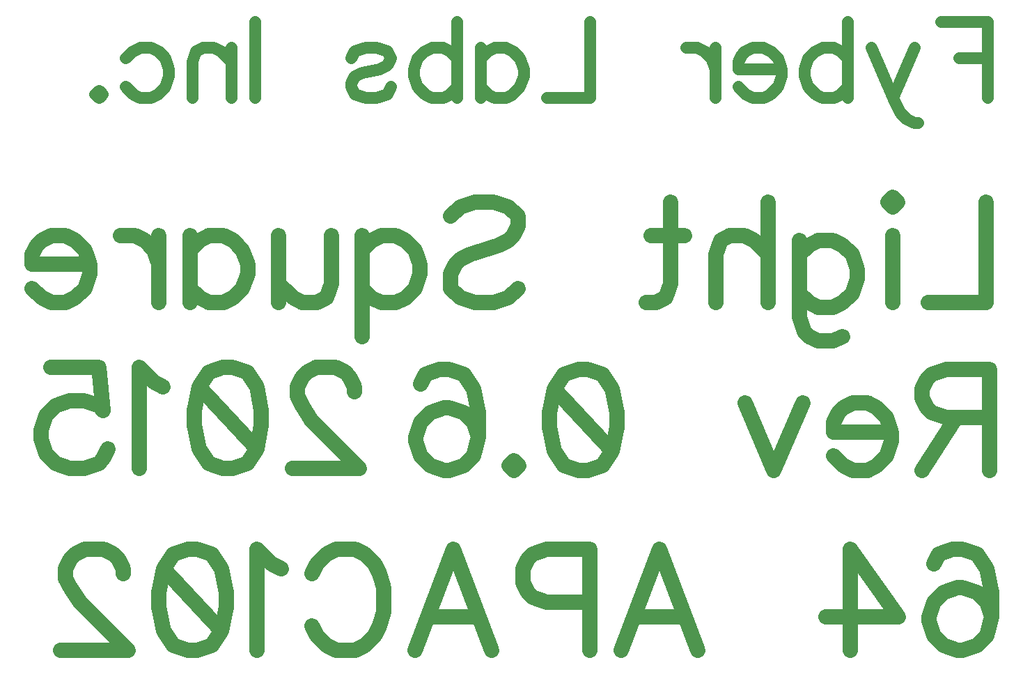
<source format=gbo>
G04 DipTrace 2.4.0.2*
%IN64xAPA102Cx16mm.gbo*%
%MOMM*%
%ADD35C,1.412*%
%ADD36C,1.882*%
%FSLAX53Y53*%
G04*
G71*
G90*
G75*
G01*
%LNBotSilk*%
%LPD*%
X125066Y121531D2*
D35*
X130756D1*
Y112343D1*
Y117154D2*
X127259D1*
X121798Y118468D2*
X119180Y112343D1*
X120049Y110594D1*
X120928Y109715D1*
X121798Y109280D1*
X122242D1*
X116552Y118468D2*
X119180Y112343D1*
X113728Y121531D2*
Y112343D1*
Y117154D2*
X112849Y118033D1*
X111980Y118468D1*
X110666D1*
X109796Y118033D1*
X108917Y117154D1*
X108482Y115840D1*
Y114971D1*
X108917Y113657D1*
X109796Y112787D1*
X110666Y112343D1*
X111980D1*
X112849Y112787D1*
X113728Y113657D1*
X105659Y115840D2*
X100413D1*
Y116719D1*
X100847Y117599D1*
X101282Y118033D1*
X102161Y118468D1*
X103475D1*
X104345Y118033D1*
X105224Y117154D1*
X105659Y115840D1*
Y114971D1*
X105224Y113657D1*
X104345Y112787D1*
X103475Y112343D1*
X102161D1*
X101282Y112787D1*
X100413Y113657D1*
X97589Y118468D2*
Y112343D1*
Y115840D2*
X97145Y117154D1*
X96275Y118033D1*
X95396Y118468D1*
X94082D1*
X82370Y121531D2*
Y112343D1*
X77124D1*
X69055Y118468D2*
Y112343D1*
Y117154D2*
X69924Y118033D1*
X70804Y118468D1*
X72107D1*
X72987Y118033D1*
X73856Y117154D1*
X74301Y115840D1*
Y114971D1*
X73856Y113657D1*
X72987Y112787D1*
X72107Y112343D1*
X70804D1*
X69924Y112787D1*
X69055Y113657D1*
X66231Y121531D2*
Y112343D1*
Y117154D2*
X65352Y118033D1*
X64483Y118468D1*
X63169D1*
X62300Y118033D1*
X61420Y117154D1*
X60986Y115840D1*
Y114971D1*
X61420Y113657D1*
X62300Y112787D1*
X63169Y112343D1*
X64483D1*
X65352Y112787D1*
X66231Y113657D1*
X53351Y117154D2*
X53785Y118033D1*
X55099Y118468D1*
X56413D1*
X57727Y118033D1*
X58162Y117154D1*
X57727Y116285D1*
X56848Y115840D1*
X54665Y115405D1*
X53785Y114971D1*
X53351Y114091D1*
Y113657D1*
X53785Y112787D1*
X55099Y112343D1*
X56413D1*
X57727Y112787D1*
X58162Y113657D1*
X41639Y121531D2*
Y112343D1*
X38816Y118468D2*
Y112343D1*
Y116719D2*
X37502Y118033D1*
X36622Y118468D1*
X35318D1*
X34439Y118033D1*
X34004Y116719D1*
Y112343D1*
X25925Y117154D2*
X26804Y118033D1*
X27683Y118468D1*
X28987D1*
X29867Y118033D1*
X30736Y117154D1*
X31181Y115840D1*
Y114971D1*
X30736Y113657D1*
X29867Y112787D1*
X28987Y112343D1*
X27683D1*
X26804Y112787D1*
X25925Y113657D1*
X22667Y113222D2*
X23101Y112777D1*
X22667Y112343D1*
X22222Y112777D1*
X22667Y113222D1*
X53795Y76655D2*
D36*
Y77234D1*
X53215Y78407D1*
X52636Y78986D1*
X51463Y79566D1*
X49132D1*
X47973Y78986D1*
X47393Y78407D1*
X46800Y77234D1*
Y76075D1*
X47393Y74903D1*
X48552Y73164D1*
X54388Y67329D1*
X46221D1*
X38952Y79566D2*
X40704Y78986D1*
X41876Y77234D1*
X42456Y74323D1*
Y72571D1*
X41876Y69660D1*
X40704Y67908D1*
X38952Y67329D1*
X37793D1*
X36041Y67908D1*
X34882Y69660D1*
X34289Y72571D1*
Y74323D1*
X34882Y77234D1*
X36041Y78986D1*
X37793Y79566D1*
X38952D1*
X34882Y77234D2*
X41876Y69660D1*
X30524Y77234D2*
X29352Y77827D1*
X27600Y79566D1*
Y67329D1*
X16840Y79566D2*
X22662D1*
X23242Y74323D1*
X22662Y74903D1*
X20910Y75496D1*
X19172D1*
X17420Y74903D1*
X16247Y73744D1*
X15668Y71992D1*
Y70833D1*
X16247Y69081D1*
X17420Y67908D1*
X19172Y67329D1*
X20910D1*
X22662Y67908D1*
X23242Y68501D1*
X23835Y69660D1*
X130968Y73482D2*
X125725D1*
X123973Y74075D1*
X123380Y74655D1*
X122801Y75814D1*
Y76986D1*
X123380Y78145D1*
X123973Y78738D1*
X125725Y79318D1*
X130968D1*
Y67067D1*
X126884Y73482D2*
X122801Y67067D1*
X119036Y71730D2*
X112041D1*
Y72903D1*
X112621Y74075D1*
X113200Y74655D1*
X114373Y75234D1*
X116125D1*
X117284Y74655D1*
X118456Y73482D1*
X119036Y71730D1*
Y70571D1*
X118456Y68819D1*
X117284Y67660D1*
X116125Y67067D1*
X114373D1*
X113200Y67660D1*
X112041Y68819D1*
X108277Y75234D2*
X104773Y67067D1*
X101282Y75234D1*
X82163Y79304D2*
X83915Y78725D1*
X85087Y76973D1*
X85667Y74062D1*
Y72310D1*
X85087Y69399D1*
X83915Y67647D1*
X82163Y67067D1*
X81004D1*
X79252Y67647D1*
X78092Y69399D1*
X77500Y72310D1*
Y74062D1*
X78092Y76973D1*
X79252Y78725D1*
X81004Y79304D1*
X82163D1*
X78092Y76973D2*
X85087Y69399D1*
X73155Y68240D2*
X73735Y67647D1*
X73155Y67067D1*
X72562Y67647D1*
X73155Y68240D1*
X61803Y77566D2*
X62383Y78725D1*
X64135Y79304D1*
X65294D1*
X67046Y78725D1*
X68218Y76973D1*
X68798Y74062D1*
Y71151D1*
X68218Y68819D1*
X67046Y67647D1*
X65294Y67067D1*
X64714D1*
X62976Y67647D1*
X61803Y68819D1*
X61224Y70571D1*
Y71151D1*
X61803Y72903D1*
X62976Y74062D1*
X64714Y74641D1*
X65294D1*
X67046Y74062D1*
X68218Y72903D1*
X68798Y71151D1*
X124206Y55715D2*
X124785Y56874D1*
X126537Y57453D1*
X127696D1*
X129448Y56874D1*
X130621Y55122D1*
X131200Y52211D1*
Y49300D1*
X130621Y46968D1*
X129448Y45796D1*
X127696Y45216D1*
X127117D1*
X125378Y45796D1*
X124206Y46968D1*
X123626Y48720D1*
Y49300D1*
X124206Y51052D1*
X125378Y52211D1*
X127117Y52790D1*
X127696D1*
X129448Y52211D1*
X130621Y51052D1*
X131200Y49300D1*
X114026Y45216D2*
Y57453D1*
X119862Y49300D1*
X111115D1*
X86160Y45216D2*
X90837Y57467D1*
X95500Y45216D1*
X93748Y49300D2*
X87912D1*
X82395Y51052D2*
X77139D1*
X75401Y51631D1*
X74808Y52224D1*
X74228Y53383D1*
Y55135D1*
X74808Y56294D1*
X75401Y56887D1*
X77139Y57467D1*
X82395D1*
Y45216D1*
X61124D2*
X65801Y57467D1*
X70464Y45216D1*
X68712Y49300D2*
X62876D1*
X48613Y54556D2*
X49192Y55715D1*
X50365Y56887D1*
X51524Y57467D1*
X53855D1*
X55028Y56887D1*
X56187Y55715D1*
X56780Y54556D1*
X57359Y52804D1*
Y49879D1*
X56780Y48141D1*
X56187Y46968D1*
X55028Y45809D1*
X53855Y45216D1*
X51524D1*
X50365Y45809D1*
X49192Y46968D1*
X48613Y48141D1*
X44848Y55122D2*
X43676Y55715D1*
X41924Y57453D1*
Y45216D1*
X34655Y57453D2*
X36407Y56874D1*
X37579Y55122D1*
X38159Y52211D1*
Y50459D1*
X37579Y47548D1*
X36407Y45796D1*
X34655Y45216D1*
X33496D1*
X31744Y45796D1*
X30585Y47548D1*
X29992Y50459D1*
Y52211D1*
X30585Y55122D1*
X31744Y56874D1*
X33496Y57453D1*
X34655D1*
X30585Y55122D2*
X37579Y47548D1*
X25634Y54542D2*
Y55122D1*
X25055Y56294D1*
X24475Y56874D1*
X23303Y57453D1*
X20971D1*
X19812Y56874D1*
X19233Y56294D1*
X18640Y55122D1*
Y53963D1*
X19233Y52790D1*
X20392Y51052D1*
X26227Y45216D1*
X18060D1*
X130556Y99671D2*
Y87420D1*
X123561D1*
X119797Y99671D2*
X119217Y99091D1*
X118624Y99671D1*
X119217Y100264D1*
X119797Y99671D1*
X119217Y95587D2*
Y87420D1*
X107865Y95008D2*
Y85668D1*
X108444Y83930D1*
X109024Y83337D1*
X110196Y82757D1*
X111948D1*
X113107Y83337D1*
X107865Y93256D2*
X109024Y94415D1*
X110196Y95008D1*
X111948D1*
X113107Y94415D1*
X114280Y93256D1*
X114859Y91504D1*
Y90331D1*
X114280Y88593D1*
X113107Y87420D1*
X111948Y86841D1*
X110196D1*
X109024Y87420D1*
X107865Y88593D1*
X104100Y99671D2*
Y87420D1*
Y93256D2*
X102348Y95008D1*
X101176Y95587D1*
X99424D1*
X98265Y95008D1*
X97685Y93256D1*
Y87420D1*
X92168Y99671D2*
Y89752D1*
X91589Y88013D1*
X90416Y87420D1*
X89257D1*
X93920Y95587D2*
X89837D1*
X65475Y97919D2*
X66634Y99091D1*
X68386Y99671D1*
X70717D1*
X72469Y99091D1*
X73642Y97919D1*
Y96760D1*
X73049Y95587D1*
X72469Y95008D1*
X71310Y94428D1*
X67806Y93256D1*
X66634Y92676D1*
X66054Y92083D1*
X65475Y90924D1*
Y89172D1*
X66634Y88013D1*
X68386Y87420D1*
X70717D1*
X72469Y88013D1*
X73642Y89172D1*
X54716Y95587D2*
Y83337D1*
Y93835D2*
X55875Y94994D1*
X57047Y95587D1*
X58799D1*
X59958Y94994D1*
X61131Y93835D1*
X61710Y92083D1*
Y90911D1*
X61131Y89172D1*
X59958Y88000D1*
X58799Y87420D1*
X57047D1*
X55875Y88000D1*
X54716Y89172D1*
X50951Y95587D2*
Y89752D1*
X50371Y88013D1*
X49199Y87420D1*
X47447D1*
X46288Y88013D1*
X44536Y89752D1*
Y95587D2*
Y87420D1*
X33777Y95587D2*
Y87420D1*
Y93835D2*
X34936Y95008D1*
X36108Y95587D1*
X37847D1*
X39019Y95008D1*
X40178Y93835D1*
X40771Y92083D1*
Y90924D1*
X40178Y89172D1*
X39019Y88013D1*
X37847Y87420D1*
X36108D1*
X34936Y88013D1*
X33777Y89172D1*
X30012Y95587D2*
Y87420D1*
Y92083D2*
X29419Y93835D1*
X28260Y95008D1*
X27087Y95587D1*
X25335D1*
X21571Y92083D2*
X14576D1*
Y93256D1*
X15156Y94428D1*
X15735Y95008D1*
X16908Y95587D1*
X18660D1*
X19819Y95008D1*
X20991Y93835D1*
X21571Y92083D1*
Y90924D1*
X20991Y89172D1*
X19819Y88013D1*
X18660Y87420D1*
X16908D1*
X15735Y88013D1*
X14576Y89172D1*
M02*

</source>
